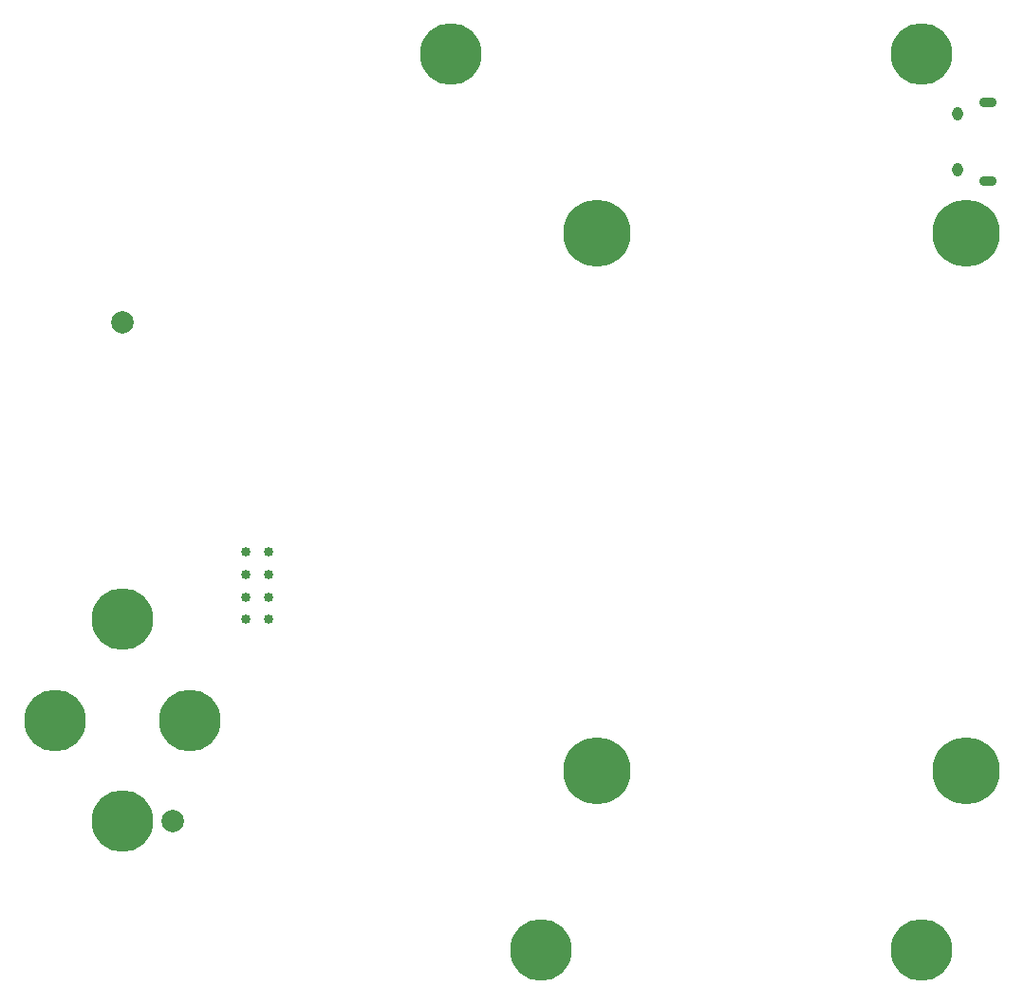
<source format=gbr>
%TF.GenerationSoftware,KiCad,Pcbnew,5.99.0-1.20210329git38c849b.fc33*%
%TF.CreationDate,2021-04-01T23:54:57+01:00*%
%TF.ProjectId,safeproject-panel-r2,73616665-7072-46f6-9a65-63742d70616e,rev?*%
%TF.SameCoordinates,Original*%
%TF.FileFunction,Soldermask,Bot*%
%TF.FilePolarity,Negative*%
%FSLAX46Y46*%
G04 Gerber Fmt 4.6, Leading zero omitted, Abs format (unit mm)*
G04 Created by KiCad (PCBNEW 5.99.0-1.20210329git38c849b.fc33) date 2021-04-01 23:54:57*
%MOMM*%
%LPD*%
G01*
G04 APERTURE LIST*
%ADD10O,0.950000X1.250000*%
%ADD11O,1.550000X0.890000*%
%ADD12C,6.000000*%
%ADD13C,5.500000*%
%ADD14C,2.000000*%
%ADD15C,0.850000*%
G04 APERTURE END LIST*
D10*
%TO.C,J15*%
X118000000Y-56550000D03*
D11*
X120700000Y-57550000D03*
X120700000Y-50550000D03*
D10*
X118000000Y-51550000D03*
%TD*%
D12*
%TO.C,REF\u002A\u002A*%
X118800000Y-110250000D03*
%TD*%
D13*
%TO.C,REF\u002A\u002A*%
X80800000Y-126250000D03*
%TD*%
D12*
%TO.C,REF\u002A\u002A*%
X85800000Y-62250000D03*
%TD*%
D13*
%TO.C,REF\u002A\u002A*%
X72800000Y-46250000D03*
%TD*%
D12*
%TO.C,REF\u002A\u002A*%
X118800000Y-62250000D03*
%TD*%
D13*
%TO.C,REF\u002A\u002A*%
X114800000Y-46250000D03*
%TD*%
D12*
%TO.C,REF\u002A\u002A*%
X85800000Y-110250000D03*
%TD*%
D13*
%TO.C,REF\u002A\u002A*%
X114800000Y-126250000D03*
%TD*%
D14*
%TO.C,*%
X48000000Y-114700000D03*
%TD*%
%TO.C,*%
X43500000Y-70200000D03*
%TD*%
D13*
%TO.C,REF\u002A\u002A*%
X43500000Y-96700000D03*
%TD*%
%TO.C,REF\u002A\u002A*%
X49500000Y-105700000D03*
%TD*%
%TO.C,REF\u002A\u002A*%
X43500000Y-114700000D03*
%TD*%
%TO.C,REF\u002A\u002A*%
X37500000Y-105700000D03*
%TD*%
D15*
%TO.C,J1*%
X56500000Y-90700000D03*
X54500000Y-94700000D03*
X54500000Y-92700000D03*
X56500000Y-96700000D03*
X54500000Y-90700000D03*
X56500000Y-94700000D03*
X54500000Y-96700000D03*
X56500000Y-92700000D03*
%TD*%
M02*

</source>
